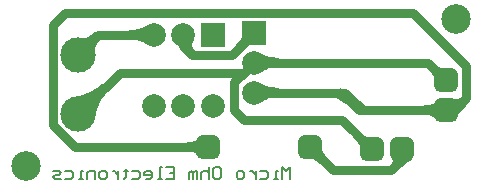
<source format=gbl>
G04*
G04 #@! TF.GenerationSoftware,Altium Limited,Altium Designer,20.1.11 (218)*
G04*
G04 Layer_Physical_Order=2*
G04 Layer_Color=16711680*
%FSLAX25Y25*%
%MOIN*%
G70*
G04*
G04 #@! TF.SameCoordinates,1FFAB4DC-9B42-4647-A341-CC47B364B69B*
G04*
G04*
G04 #@! TF.FilePolarity,Positive*
G04*
G01*
G75*
%ADD12C,0.00787*%
%ADD13C,0.03150*%
G04:AMPARAMS|DCode=14|XSize=78.74mil|YSize=78.74mil|CornerRadius=19.68mil|HoleSize=0mil|Usage=FLASHONLY|Rotation=0.000|XOffset=0mil|YOffset=0mil|HoleType=Round|Shape=RoundedRectangle|*
%AMROUNDEDRECTD14*
21,1,0.07874,0.03937,0,0,0.0*
21,1,0.03937,0.07874,0,0,0.0*
1,1,0.03937,0.01968,-0.01968*
1,1,0.03937,-0.01968,-0.01968*
1,1,0.03937,-0.01968,0.01968*
1,1,0.03937,0.01968,0.01968*
%
%ADD14ROUNDEDRECTD14*%
%ADD15C,0.07874*%
%ADD16R,0.07874X0.07874*%
%ADD17R,0.07874X0.07874*%
%ADD18C,0.11811*%
G04:AMPARAMS|DCode=19|XSize=78.74mil|YSize=78.74mil|CornerRadius=19.68mil|HoleSize=0mil|Usage=FLASHONLY|Rotation=270.000|XOffset=0mil|YOffset=0mil|HoleType=Round|Shape=RoundedRectangle|*
%AMROUNDEDRECTD19*
21,1,0.07874,0.03937,0,0,270.0*
21,1,0.03937,0.07874,0,0,270.0*
1,1,0.03937,-0.01968,-0.01968*
1,1,0.03937,-0.01968,0.01968*
1,1,0.03937,0.01968,0.01968*
1,1,0.03937,0.01968,-0.01968*
%
%ADD19ROUNDEDRECTD19*%
%ADD20C,0.09843*%
G36*
X31822Y48886D02*
X31350Y48394D01*
X30579Y47466D01*
X30282Y47031D01*
X30042Y46615D01*
X29862Y46218D01*
X29740Y45840D01*
X29676Y45481D01*
X29671Y45141D01*
X29724Y44820D01*
X25529Y49015D01*
X25850Y48962D01*
X26189Y48967D01*
X26548Y49031D01*
X26926Y49153D01*
X27323Y49334D01*
X27740Y49573D01*
X28175Y49870D01*
X28629Y50226D01*
X29103Y50641D01*
X29595Y51114D01*
X31822Y48886D01*
D02*
G37*
G36*
X46759Y46921D02*
X46360Y47207D01*
X45920Y47463D01*
X45437Y47688D01*
X44912Y47884D01*
X44346Y48049D01*
X43737Y48185D01*
X43086Y48290D01*
X41657Y48410D01*
X40880Y48425D01*
Y51575D01*
X41657Y51590D01*
X43086Y51710D01*
X43737Y51815D01*
X44346Y51951D01*
X44912Y52116D01*
X45437Y52312D01*
X45920Y52537D01*
X46360Y52793D01*
X46759Y53079D01*
Y46921D01*
D02*
G37*
G36*
X83206Y46784D02*
X82961Y46962D01*
X82672Y47051D01*
X82338D01*
X81959Y46962D01*
X81536Y46784D01*
X81068Y46516D01*
X80556Y46160D01*
X79999Y45715D01*
X78752Y44556D01*
X76525Y46784D01*
X77149Y47429D01*
X78129Y48588D01*
X78485Y49100D01*
X78752Y49567D01*
X78930Y49991D01*
X79019Y50369D01*
Y50703D01*
X78930Y50993D01*
X78752Y51238D01*
X83206Y46784D01*
D02*
G37*
G36*
X62224Y47590D02*
X62095Y47241D01*
X62024Y46891D01*
X62009Y46540D01*
X62051Y46188D01*
X62150Y45836D01*
X62306Y45483D01*
X62519Y45130D01*
X62789Y44776D01*
X63116Y44421D01*
X60889Y42193D01*
X57140Y46560D01*
X62410Y47939D01*
X62224Y47590D01*
D02*
G37*
G36*
X85530Y43502D02*
X85970Y43246D01*
X86453Y43020D01*
X86977Y42825D01*
X87544Y42659D01*
X88153Y42524D01*
X88804Y42419D01*
X90233Y42298D01*
X91010Y42283D01*
Y39134D01*
X90233Y39119D01*
X88804Y38998D01*
X88153Y38893D01*
X87544Y38758D01*
X86977Y38592D01*
X86453Y38397D01*
X85970Y38171D01*
X85530Y37916D01*
X85131Y37630D01*
Y43787D01*
X85530Y43502D01*
D02*
G37*
G36*
Y33502D02*
X85970Y33246D01*
X86453Y33020D01*
X86977Y32825D01*
X87544Y32659D01*
X88153Y32524D01*
X88804Y32419D01*
X90233Y32298D01*
X91010Y32283D01*
Y29134D01*
X90233Y29119D01*
X88804Y28998D01*
X88153Y28893D01*
X87544Y28758D01*
X86977Y28592D01*
X86453Y28397D01*
X85970Y28171D01*
X85530Y27916D01*
X85131Y27630D01*
Y33787D01*
X85530Y33502D01*
D02*
G37*
G36*
X34165Y31544D02*
X33450Y30786D01*
X32799Y30006D01*
X32212Y29204D01*
X31688Y28379D01*
X31228Y27531D01*
X30832Y26662D01*
X30500Y25770D01*
X30231Y24855D01*
X30026Y23918D01*
X29884Y22959D01*
X23353Y29490D01*
X24312Y29632D01*
X25249Y29837D01*
X26163Y30106D01*
X27055Y30438D01*
X27925Y30834D01*
X28773Y31294D01*
X29597Y31818D01*
X30400Y32405D01*
X31180Y33056D01*
X31938Y33771D01*
X34165Y31544D01*
D02*
G37*
G36*
X63733Y9456D02*
X63697Y9754D01*
X63590Y10021D01*
X63411Y10256D01*
X63161Y10459D01*
X62840Y10632D01*
X62447Y10773D01*
X61982Y10883D01*
X61446Y10961D01*
X60839Y11008D01*
X60160Y11024D01*
Y14173D01*
X60839Y14189D01*
X61446Y14236D01*
X61982Y14314D01*
X62447Y14424D01*
X62840Y14565D01*
X63161Y14738D01*
X63411Y14942D01*
X63590Y15177D01*
X63697Y15443D01*
X63733Y15741D01*
Y9456D01*
D02*
G37*
G36*
X105194Y6430D02*
X104547Y7054D01*
X103387Y8037D01*
X102875Y8394D01*
X102407Y8663D01*
X101984Y8842D01*
X101605Y8932D01*
X101272Y8934D01*
X100983Y8846D01*
X100740Y8669D01*
X105182Y13111D01*
X105005Y12867D01*
X104917Y12578D01*
X104918Y12245D01*
X105008Y11867D01*
X105188Y11444D01*
X105456Y10976D01*
X105814Y10463D01*
X106260Y9906D01*
X107421Y8657D01*
X105194Y6430D01*
D02*
G37*
G36*
X111600Y32283D02*
Y32283D01*
D01*
Y32283D01*
D01*
D01*
D01*
D01*
D01*
D01*
D01*
X107798Y29134D01*
X108419Y29111D01*
X109021Y29045D01*
X109605Y28933D01*
X110170Y28778D01*
X110717Y28577D01*
X111246Y28332D01*
X111756Y28043D01*
X112247Y27708D01*
X112720Y27330D01*
X113175Y26907D01*
X111600Y30709D01*
Y32283D01*
D02*
G37*
G36*
X117948Y17980D02*
X118595Y17355D01*
X119754Y16373D01*
X120267Y16015D01*
X120735Y15747D01*
X121158Y15567D01*
X121536Y15477D01*
X121870Y15476D01*
X122158Y15564D01*
X122402Y15741D01*
X117960Y11299D01*
X118137Y11543D01*
X118225Y11831D01*
X118224Y12165D01*
X118133Y12543D01*
X117954Y12966D01*
X117685Y13434D01*
X117328Y13946D01*
X116881Y14504D01*
X115721Y15753D01*
X117948Y17980D01*
D02*
G37*
G36*
X127286Y5914D02*
X127806Y6455D01*
X128557Y7384D01*
X128789Y7771D01*
X128925Y8107D01*
X128964Y8391D01*
X128908Y8623D01*
X128755Y8803D01*
X128506Y8932D01*
X128162Y9009D01*
X134845Y8134D01*
X134528Y7985D01*
X134182Y7789D01*
X133807Y7546D01*
X132968Y6920D01*
X132011Y6104D01*
X130356Y4528D01*
X127286Y5914D01*
D02*
G37*
G36*
X143162Y40347D02*
X144321Y39365D01*
X144834Y39007D01*
X145302Y38739D01*
X145725Y38560D01*
X146103Y38469D01*
X146436Y38468D01*
X146725Y38556D01*
X146969Y38733D01*
X142527Y34291D01*
X142704Y34535D01*
X142792Y34824D01*
X142790Y35157D01*
X142700Y35535D01*
X142521Y35958D01*
X142252Y36426D01*
X141895Y36939D01*
X141448Y37496D01*
X140288Y38745D01*
X142515Y40972D01*
X143162Y40347D01*
D02*
G37*
G36*
X153739Y27008D02*
X153127Y26382D01*
X151280Y24229D01*
X150969Y23779D01*
X150719Y23362D01*
X150530Y22981D01*
X150400Y22635D01*
X150331Y22324D01*
X148936Y28678D01*
X149226Y28584D01*
X149525Y28540D01*
X149834Y28546D01*
X150151Y28601D01*
X150478Y28705D01*
X150814Y28860D01*
X151159Y29063D01*
X151513Y29316D01*
X151876Y29619D01*
X152249Y29971D01*
X153739Y27008D01*
D02*
G37*
G36*
X142938Y24921D02*
Y21661D01*
X142902Y21959D01*
X142856Y22074D01*
X142847Y21779D01*
X142821Y22077D01*
X142739Y22299D01*
X142616Y22460D01*
X142366Y22664D01*
X142045Y22837D01*
X141652Y22978D01*
X141187Y23087D01*
X140651Y23166D01*
X140044Y23213D01*
X139365Y23228D01*
Y23346D01*
Y26378D01*
Y26496D01*
X140053Y26512D01*
X140669Y26559D01*
X141214Y26637D01*
X141688Y26747D01*
X142090Y26888D01*
X142420Y27060D01*
X142680Y27264D01*
X142817Y27436D01*
X142902Y27648D01*
X142938Y27946D01*
Y27661D01*
X142984Y27766D01*
X143028Y28063D01*
X142938Y24921D01*
D02*
G37*
D12*
X94488Y1969D02*
Y5904D01*
X93176Y4592D01*
X91864Y5904D01*
Y1969D01*
X90552D02*
X89240D01*
X89897D01*
Y4592D01*
X90552D01*
X84649D02*
X86617D01*
X87273Y3936D01*
Y2624D01*
X86617Y1969D01*
X84649D01*
X83337Y4592D02*
Y1969D01*
Y3280D01*
X82681Y3936D01*
X82025Y4592D01*
X81369D01*
X78745Y1969D02*
X77433D01*
X76777Y2624D01*
Y3936D01*
X77433Y4592D01*
X78745D01*
X79401Y3936D01*
Y2624D01*
X78745Y1969D01*
X69562Y5904D02*
X70874D01*
X71530Y5248D01*
Y2624D01*
X70874Y1969D01*
X69562D01*
X68906Y2624D01*
Y5248D01*
X69562Y5904D01*
X67594D02*
Y1969D01*
Y3936D01*
X66938Y4592D01*
X65626D01*
X64970Y3936D01*
Y1969D01*
X63658D02*
Y4592D01*
X63002D01*
X62346Y3936D01*
Y1969D01*
Y3936D01*
X61690Y4592D01*
X61034Y3936D01*
Y1969D01*
X53163Y5904D02*
X55787D01*
Y1969D01*
X53163D01*
X55787Y3936D02*
X54475D01*
X51851Y1969D02*
X50539D01*
X51195D01*
Y5904D01*
X51851D01*
X46603Y1969D02*
X47915D01*
X48571Y2624D01*
Y3936D01*
X47915Y4592D01*
X46603D01*
X45947Y3936D01*
Y3280D01*
X48571D01*
X42012Y4592D02*
X43979D01*
X44635Y3936D01*
Y2624D01*
X43979Y1969D01*
X42012D01*
X40044Y5248D02*
Y4592D01*
X40700D01*
X39388D01*
X40044D01*
Y2624D01*
X39388Y1969D01*
X37420Y4592D02*
Y1969D01*
Y3280D01*
X36764Y3936D01*
X36108Y4592D01*
X35452D01*
X32828Y1969D02*
X31516D01*
X30860Y2624D01*
Y3936D01*
X31516Y4592D01*
X32828D01*
X33484Y3936D01*
Y2624D01*
X32828Y1969D01*
X29548D02*
Y4592D01*
X27581D01*
X26925Y3936D01*
Y1969D01*
X25613D02*
X24301D01*
X24957D01*
Y4592D01*
X25613D01*
X19709D02*
X21677D01*
X22333Y3936D01*
Y2624D01*
X21677Y1969D01*
X19709D01*
X18397D02*
X16429D01*
X15773Y2624D01*
X16429Y3280D01*
X17741D01*
X18397Y3936D01*
X17741Y4592D01*
X15773D01*
D13*
X76100Y34131D02*
X79370Y37402D01*
X118787Y24921D02*
X149426D01*
X111600Y30709D02*
X113000D01*
X24016Y23622D02*
X37795Y37402D01*
X79370D01*
X82677Y40709D01*
X75276Y43307D02*
X82677Y50709D01*
X62002Y43307D02*
X75276D01*
X59055Y46254D02*
X62002Y43307D01*
X59055Y46254D02*
Y50000D01*
X22901Y12599D02*
X67252D01*
X15500Y20000D02*
X22901Y12599D01*
X15500Y20000D02*
Y53273D01*
X19447Y57220D01*
X135693D01*
X153362Y39551D01*
Y28858D02*
Y39551D01*
X149426Y24921D02*
X153362Y28858D01*
X113000Y30709D02*
X118787Y24921D01*
X117505Y24803D02*
X146457D01*
X111600Y30709D02*
X117505Y24803D01*
X82677Y30709D02*
X111600D01*
X112001Y21700D02*
X121890Y11811D01*
X79400Y21700D02*
X112001D01*
X76100Y25000D02*
X79400Y21700D01*
X76100Y25000D02*
Y34131D01*
X82677Y40709D02*
X140551D01*
X146457Y34803D01*
X101252Y12599D02*
X109050Y4800D01*
X128400D01*
X131890Y8290D01*
Y11811D01*
X24016Y43307D02*
X30709Y50000D01*
X49213D01*
D14*
X101252Y12599D02*
D03*
X67252D02*
D03*
X121890Y11811D02*
D03*
X131890D02*
D03*
D15*
X49213Y26378D02*
D03*
X59055D02*
D03*
X68898D02*
D03*
X49213Y50000D02*
D03*
X59055D02*
D03*
X82677Y40709D02*
D03*
Y30709D02*
D03*
D16*
X68898Y50000D02*
D03*
D17*
X82677Y50709D02*
D03*
D18*
X24016Y23622D02*
D03*
Y43307D02*
D03*
D19*
X146457Y24803D02*
D03*
Y34803D02*
D03*
D20*
X6693Y6299D02*
D03*
X150000Y55118D02*
D03*
M02*

</source>
